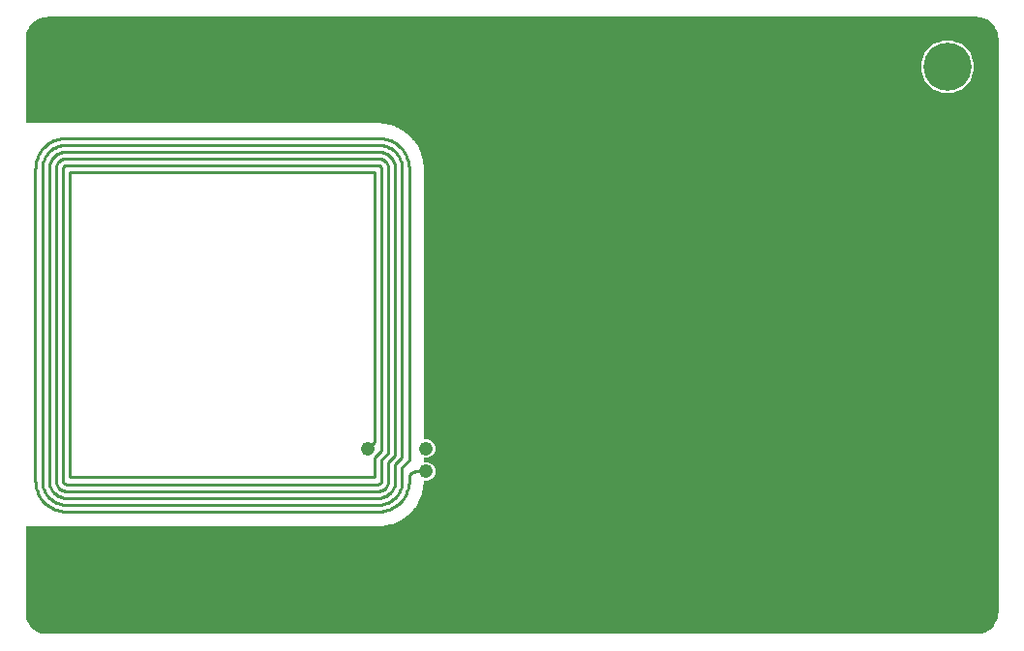
<source format=gtl>
G04 #@! TF.GenerationSoftware,KiCad,Pcbnew,6.0.11+dfsg-1*
G04 #@! TF.CreationDate,2023-08-15T18:05:05+01:00*
G04 #@! TF.ProjectId,business card-andrew,62757369-6e65-4737-9320-636172642d61,rev?*
G04 #@! TF.SameCoordinates,Original*
G04 #@! TF.FileFunction,Copper,L1,Top*
G04 #@! TF.FilePolarity,Positive*
%FSLAX46Y46*%
G04 Gerber Fmt 4.6, Leading zero omitted, Abs format (unit mm)*
G04 Created by KiCad (PCBNEW 6.0.11+dfsg-1) date 2023-08-15 18:05:05*
%MOMM*%
%LPD*%
G01*
G04 APERTURE LIST*
G04 #@! TA.AperFunction,ComponentPad*
%ADD10C,4.200000*%
G04 #@! TD*
G04 #@! TA.AperFunction,ViaPad*
%ADD11C,1.209040*%
G04 #@! TD*
G04 #@! TA.AperFunction,Conductor*
%ADD12C,0.250000*%
G04 #@! TD*
G04 APERTURE END LIST*
D10*
X131500000Y-55250000D03*
D11*
X85892640Y-88670620D03*
X85892640Y-90669600D03*
X80794580Y-88670620D03*
D12*
X83192620Y-91486200D02*
X83192620Y-91287500D01*
X84780120Y-90707700D02*
X84851240Y-90687380D01*
X84993480Y-90669600D02*
X85892640Y-90669600D01*
X84394040Y-89671380D02*
X83794600Y-90270820D01*
X84851240Y-90687380D02*
X84922360Y-90674680D01*
X84462620Y-90989640D02*
X84500720Y-90928680D01*
X83794600Y-91287500D02*
X83794600Y-91486200D01*
X84394040Y-91269040D02*
X84399120Y-91197920D01*
X84394040Y-91486200D02*
X84394040Y-91287500D01*
X84350860Y-91973880D02*
X84373720Y-91811320D01*
X84218780Y-92443780D02*
X84272120Y-92288840D01*
X84597240Y-90819460D02*
X84653120Y-90776280D01*
X84432140Y-91055680D02*
X84462620Y-90989640D01*
X84315300Y-92131360D02*
X84350860Y-91973880D01*
X84500720Y-90928680D02*
X84543900Y-90872800D01*
X84399120Y-91197920D02*
X84411820Y-91126800D01*
X84922360Y-90674680D02*
X84993480Y-90669600D01*
X84388960Y-91648760D02*
X84394040Y-91486200D01*
X84373720Y-91811320D02*
X84388960Y-91648760D01*
X84714080Y-90738180D02*
X84780120Y-90707700D01*
X84272120Y-92288840D02*
X84315300Y-92131360D01*
X82496660Y-94064300D02*
X82651600Y-94010960D01*
X53547160Y-63908160D02*
X53582720Y-63819260D01*
X53829100Y-62798180D02*
X53722420Y-62846440D01*
X53976420Y-62127620D02*
X54116120Y-62104760D01*
X53722420Y-62846440D02*
X53618280Y-62904860D01*
X53189020Y-63303640D02*
X53122980Y-63400160D01*
X52942640Y-63834500D02*
X52919780Y-63951340D01*
X53509060Y-64091040D02*
X53524300Y-63997060D01*
X83091020Y-93797600D02*
X83228180Y-93708700D01*
X53016300Y-63610980D02*
X52975660Y-63720200D01*
X53262680Y-63209660D02*
X53189020Y-63303640D01*
X83715860Y-93276900D02*
X83820000Y-93152440D01*
X82339180Y-94107480D02*
X82496660Y-94064300D01*
X53582720Y-63819260D02*
X53623360Y-63735440D01*
X53676700Y-63656700D02*
X53735120Y-63583040D01*
X53836720Y-62163180D02*
X53976420Y-62127620D01*
X53623360Y-63735440D02*
X53676700Y-63656700D01*
X54116120Y-62104760D02*
X54260900Y-62089520D01*
X54052620Y-62724520D02*
X53938320Y-62757540D01*
X53427780Y-63044560D02*
X53341420Y-63123300D01*
X52919780Y-63951340D02*
X52907080Y-64068180D01*
X82593180Y-91287500D02*
X82593180Y-91486200D01*
X82948780Y-93876340D02*
X83091020Y-93797600D01*
X81694020Y-93584240D02*
X54403140Y-93584240D01*
X52975660Y-63720200D02*
X52942640Y-63834500D01*
X53503980Y-64185020D02*
X53509060Y-64091040D01*
X84411820Y-91126800D02*
X84432140Y-91055680D01*
X83228180Y-93708700D02*
X83360260Y-93612180D01*
X84653120Y-90776280D02*
X84714080Y-90738180D01*
X82181700Y-94143040D02*
X82339180Y-94107480D01*
X54403140Y-62683880D02*
X54286300Y-62688960D01*
X82651600Y-94010960D02*
X82801460Y-93947460D01*
X53618280Y-62904860D02*
X53521760Y-62970900D01*
X53524300Y-63997060D02*
X53547160Y-63908160D01*
X83820000Y-93152440D02*
X83916520Y-93020360D01*
X53938320Y-62757540D02*
X53829100Y-62798180D01*
X81694020Y-94186220D02*
X81856580Y-94181140D01*
X53122980Y-63400160D02*
X53064560Y-63504300D01*
X83484720Y-93508040D02*
X83604100Y-93396280D01*
X54169460Y-62701660D02*
X54052620Y-62724520D01*
X53064560Y-63504300D02*
X53016300Y-63610980D01*
X52907080Y-64068180D02*
X52902000Y-64185020D01*
X54286300Y-62688960D02*
X54169460Y-62701660D01*
X81993740Y-91486200D02*
X81993740Y-91287500D01*
X53567480Y-62257160D02*
X53699560Y-62206360D01*
X82801460Y-93947460D02*
X82948780Y-93876340D01*
X53341420Y-63123300D02*
X53262680Y-63209660D01*
X53735120Y-63583040D02*
X53801160Y-63517000D01*
X54260900Y-62089520D02*
X54403140Y-62084440D01*
X84543900Y-90872800D02*
X84597240Y-90819460D01*
X81694020Y-92385360D02*
X54403140Y-92385360D01*
X54403140Y-94183680D02*
X81694020Y-94183680D01*
X81856580Y-94181140D02*
X82019140Y-94165900D01*
X84155280Y-92593640D02*
X84218780Y-92443780D01*
X83604100Y-93396280D02*
X83715860Y-93276900D01*
X84084160Y-92740960D02*
X84155280Y-92593640D01*
X53521760Y-62970900D02*
X53427780Y-63044560D01*
X84005420Y-92883200D02*
X84084160Y-92740960D01*
X53699560Y-62206360D02*
X53836720Y-62163180D01*
X82019140Y-94165900D02*
X82181700Y-94143040D01*
X54403140Y-91785920D02*
X81694020Y-91785920D01*
X54403140Y-92984800D02*
X81694020Y-92984800D01*
X83916520Y-93020360D02*
X84005420Y-92883200D01*
X83360260Y-93612180D02*
X83484720Y-93508040D01*
X52868980Y-62752460D02*
X52970580Y-62650860D01*
X53341420Y-92547920D02*
X53427780Y-92626660D01*
X53953560Y-92265980D02*
X53874820Y-92212640D01*
X54352340Y-91780840D02*
X54403140Y-91785920D01*
X54108500Y-91537000D02*
X54121200Y-91587800D01*
X52970580Y-62650860D02*
X53077260Y-62554340D01*
X53191560Y-62467980D02*
X53310940Y-62389240D01*
X53801160Y-92154220D02*
X53735120Y-92088180D01*
X54286300Y-92982260D02*
X54403140Y-92987340D01*
X52942640Y-91836720D02*
X52975660Y-91951020D01*
X53437940Y-62320660D02*
X53567480Y-62257160D01*
X53722420Y-92824780D02*
X53829100Y-92873040D01*
X54037380Y-92306620D02*
X53953560Y-92265980D01*
X52607360Y-63092820D02*
X52686100Y-62973440D01*
X53077260Y-62554340D02*
X53191560Y-62467980D01*
X53735120Y-92088180D02*
X53676700Y-92014520D01*
X53547160Y-91763060D02*
X53524300Y-91674160D01*
X52538780Y-63219820D02*
X52607360Y-63092820D01*
X54144060Y-91636060D02*
X54174540Y-91679240D01*
X52345740Y-63758300D02*
X52381300Y-63618600D01*
X53524300Y-91674160D02*
X53509060Y-91580180D01*
X53509060Y-91580180D02*
X53503980Y-91486200D01*
X52902000Y-91486200D02*
X52907080Y-91603040D01*
X54403140Y-92385360D02*
X54309160Y-92380280D01*
X53618280Y-92766360D02*
X53722420Y-92824780D01*
X54052620Y-92946700D02*
X54169460Y-92969560D01*
X52345740Y-91912920D02*
X52322880Y-91773220D01*
X52772460Y-62859140D02*
X52868980Y-62752460D01*
X52907080Y-91603040D02*
X52919780Y-91719880D01*
X54301540Y-91768140D02*
X54352340Y-91780840D01*
X52322880Y-63898000D02*
X52345740Y-63758300D01*
X53189020Y-92367580D02*
X53262680Y-92461560D01*
X52302560Y-64185020D02*
X52307640Y-64042780D01*
X52381300Y-63618600D02*
X52424480Y-63481440D01*
X53521760Y-92700320D02*
X53618280Y-92766360D01*
X53874820Y-92212640D02*
X53801160Y-92154220D01*
X54169460Y-92969560D02*
X54286300Y-92982260D01*
X54126280Y-92342180D02*
X54037380Y-92306620D01*
X53064560Y-92166920D02*
X53122980Y-92271060D01*
X53122980Y-92271060D02*
X53189020Y-92367580D01*
X52307640Y-64042780D02*
X52322880Y-63898000D01*
X53676700Y-92014520D02*
X53623360Y-91935780D01*
X52686100Y-62973440D02*
X52772460Y-62859140D01*
X53938320Y-92913680D02*
X54052620Y-92946700D01*
X54103420Y-91486200D02*
X54108500Y-91537000D01*
X53262680Y-92461560D02*
X53341420Y-92547920D01*
X52307640Y-91628440D02*
X52302560Y-91486200D01*
X52975660Y-91951020D02*
X53016300Y-92060240D01*
X52475280Y-63349360D02*
X52538780Y-63219820D01*
X54121200Y-91587800D02*
X54144060Y-91636060D01*
X52322880Y-91773220D02*
X52307640Y-91628440D01*
X53829100Y-92873040D02*
X53938320Y-92913680D01*
X54253280Y-91745280D02*
X54301540Y-91768140D01*
X52919780Y-91719880D02*
X52942640Y-91836720D01*
X54309160Y-92380280D02*
X54215180Y-92365040D01*
X53623360Y-91935780D02*
X53582720Y-91851960D01*
X52424480Y-63481440D02*
X52475280Y-63349360D01*
X54174540Y-91679240D02*
X54210100Y-91714800D01*
X53016300Y-92060240D02*
X53064560Y-92166920D01*
X53310940Y-62389240D02*
X53437940Y-62320660D01*
X54210100Y-91714800D02*
X54253280Y-91745280D01*
X53582720Y-91851960D02*
X53547160Y-91763060D01*
X53427780Y-92626660D02*
X53521760Y-92700320D01*
X54215180Y-92365040D02*
X54126280Y-92342180D01*
X51878380Y-92443780D02*
X51941880Y-92593640D01*
X52868980Y-92918760D02*
X52772460Y-92812080D01*
X51723440Y-91811320D02*
X51746300Y-91973880D01*
X54078020Y-94165900D02*
X54240580Y-94181140D01*
X53310940Y-93281980D02*
X53191560Y-93203240D01*
X51703120Y-64185020D02*
X51703120Y-91486200D01*
X54260900Y-93581700D02*
X54116120Y-93566460D01*
X54103420Y-64185020D02*
X54103420Y-91486200D01*
X51708200Y-64022460D02*
X51703120Y-64185020D01*
X52424480Y-92189780D02*
X52381300Y-92052620D01*
X52493060Y-62274940D02*
X52381300Y-62394320D01*
X54403140Y-93586780D02*
X54260900Y-93581700D01*
X51746300Y-63697340D02*
X51723440Y-63859900D01*
X53006140Y-93797600D02*
X53148380Y-93876340D01*
X51703120Y-91486200D02*
X51708200Y-91648760D01*
X51825040Y-63382380D02*
X51781860Y-63539860D01*
X51941880Y-63077580D02*
X51878380Y-63227440D01*
X53503980Y-91486200D02*
X53503980Y-64185020D01*
X51941880Y-92593640D02*
X52013000Y-92740960D01*
X52772460Y-92812080D02*
X52686100Y-92697780D01*
X53836720Y-93508040D02*
X53699560Y-93464860D01*
X54240580Y-94181140D02*
X54403140Y-94186220D01*
X52305100Y-91486200D02*
X52305100Y-64185020D01*
X52180640Y-93020360D02*
X52277160Y-93152440D01*
X52607360Y-92578400D02*
X52538780Y-92451400D01*
X53295700Y-93947460D02*
X53445560Y-94010960D01*
X52904540Y-64185020D02*
X52904540Y-91486200D01*
X53445560Y-94010960D02*
X53600500Y-94064300D01*
X52277160Y-62518780D02*
X52180640Y-62650860D01*
X53600500Y-94064300D02*
X53757980Y-94107480D01*
X52381300Y-92052620D02*
X52345740Y-91912920D01*
X52091740Y-62788020D02*
X52013000Y-62930260D01*
X53437940Y-93350560D02*
X53310940Y-93281980D01*
X52277160Y-93152440D02*
X52381300Y-93276900D01*
X52868980Y-93708700D02*
X53006140Y-93797600D01*
X52091740Y-92883200D02*
X52180640Y-93020360D01*
X53077260Y-93116880D02*
X52970580Y-93020360D01*
X51781860Y-63539860D02*
X51746300Y-63697340D01*
X51878380Y-63227440D02*
X51825040Y-63382380D01*
X52686100Y-92697780D02*
X52607360Y-92578400D01*
X51746300Y-91973880D02*
X51781860Y-92131360D01*
X51781860Y-92131360D02*
X51825040Y-92288840D01*
X52475280Y-92321860D02*
X52424480Y-92189780D01*
X53915460Y-94143040D02*
X54078020Y-94165900D01*
X51825040Y-92288840D02*
X51878380Y-92443780D01*
X52381300Y-93276900D02*
X52493060Y-93396280D01*
X52013000Y-62930260D02*
X51941880Y-63077580D01*
X52180640Y-62650860D02*
X52091740Y-62788020D01*
X53191560Y-93203240D02*
X53077260Y-93116880D01*
X52381300Y-62394320D02*
X52277160Y-62518780D01*
X53148380Y-93876340D02*
X53295700Y-93947460D01*
X53976420Y-93543600D02*
X53836720Y-93508040D01*
X52612440Y-93508040D02*
X52736900Y-93612180D01*
X52493060Y-93396280D02*
X52612440Y-93508040D01*
X52970580Y-93020360D02*
X52868980Y-92918760D01*
X52013000Y-92740960D02*
X52091740Y-92883200D01*
X54116120Y-93566460D02*
X53976420Y-93543600D01*
X51708200Y-91648760D02*
X51723440Y-91811320D01*
X52538780Y-92451400D02*
X52475280Y-92321860D01*
X53699560Y-93464860D02*
X53567480Y-93414060D01*
X51723440Y-63859900D02*
X51708200Y-64022460D01*
X53567480Y-93414060D02*
X53437940Y-93350560D01*
X53757980Y-94107480D02*
X53915460Y-94143040D01*
X52736900Y-93612180D02*
X52868980Y-93708700D01*
X52868980Y-61962520D02*
X52736900Y-62059040D01*
X53148380Y-61794880D02*
X53006140Y-61873620D01*
X53600500Y-61606920D02*
X53445560Y-61660260D01*
X83154520Y-63834500D02*
X83121500Y-63720200D01*
X84155280Y-63077580D02*
X84084160Y-62930260D01*
X82374740Y-62846440D02*
X82268060Y-62798180D01*
X52736900Y-62059040D02*
X52612440Y-62163180D01*
X81694020Y-61485000D02*
X54403140Y-61485000D01*
X82339180Y-61563740D02*
X82181700Y-61528180D01*
X82905600Y-62467980D02*
X83019900Y-62554340D01*
X53295700Y-61723760D02*
X53148380Y-61794880D01*
X82651600Y-61660260D02*
X82496660Y-61606920D01*
X81694020Y-63885300D02*
X54403140Y-63885300D01*
X83715860Y-62394320D02*
X83604100Y-62274940D01*
X83190080Y-64068180D02*
X83177380Y-63951340D01*
X81694020Y-62683880D02*
X54403140Y-62683880D01*
X84394040Y-64185020D02*
X84388960Y-64022460D01*
X84350860Y-63697340D02*
X84315300Y-63539860D01*
X53915460Y-61528180D02*
X53757980Y-61563740D01*
X83604100Y-62274940D02*
X83484720Y-62163180D01*
X54403140Y-61485000D02*
X54240580Y-61490080D01*
X82268060Y-62798180D02*
X82158840Y-62757540D01*
X84084160Y-62930260D02*
X84005420Y-62788020D01*
X82478880Y-62904860D02*
X82374740Y-62846440D01*
X83360260Y-62059040D02*
X83228180Y-61962520D01*
X83789520Y-64042780D02*
X83794600Y-64185020D01*
X81394020Y-88068640D02*
X80794580Y-88670620D01*
X83916520Y-62650860D02*
X83820000Y-62518780D01*
X82669380Y-63044560D02*
X82575400Y-62970900D01*
X83126580Y-62650860D02*
X83228180Y-62752460D01*
X83672680Y-63481440D02*
X83715860Y-63618600D01*
X82948780Y-61794880D02*
X82801460Y-61723760D01*
X82908140Y-63303640D02*
X82834480Y-63209660D01*
X84388960Y-64022460D02*
X84373720Y-63859900D01*
X83411060Y-62973440D02*
X83489800Y-63092820D01*
X84005420Y-62788020D02*
X83916520Y-62650860D01*
X84315300Y-63539860D02*
X84272120Y-63382380D01*
X84373720Y-63859900D02*
X84350860Y-63697340D01*
X54403140Y-63285860D02*
X81694020Y-63285860D01*
X53445560Y-61660260D02*
X53295700Y-61723760D01*
X54078020Y-61505320D02*
X53915460Y-61528180D01*
X83228180Y-61962520D02*
X83091020Y-61873620D01*
X82974180Y-63400160D02*
X82908140Y-63303640D01*
X52612440Y-62163180D02*
X52493060Y-62274940D01*
X82181700Y-61528180D02*
X82019140Y-61505320D01*
X82496660Y-61606920D02*
X82339180Y-61563740D01*
X83324700Y-62859140D02*
X83411060Y-62973440D01*
X83484720Y-62163180D02*
X83360260Y-62059040D01*
X83032600Y-63504300D02*
X82974180Y-63400160D01*
X83820000Y-62518780D02*
X83715860Y-62394320D01*
X54240580Y-61490080D02*
X54078020Y-61505320D01*
X84272120Y-63382380D02*
X84218780Y-63227440D01*
X83774280Y-63898000D02*
X83789520Y-64042780D01*
X83558380Y-63219820D02*
X83621880Y-63349360D01*
X82019140Y-61505320D02*
X81856580Y-61490080D01*
X53757980Y-61563740D02*
X53600500Y-61606920D01*
X84218780Y-63227440D02*
X84155280Y-63077580D01*
X54403140Y-62084440D02*
X81694020Y-62084440D01*
X83091020Y-61873620D02*
X82948780Y-61794880D01*
X81856580Y-61490080D02*
X81694020Y-61485000D01*
X53006140Y-61873620D02*
X52868980Y-61962520D01*
X82801460Y-61723760D02*
X82651600Y-61660260D01*
X81744820Y-91780840D02*
X81795620Y-91768140D01*
X83019900Y-62554340D02*
X83126580Y-62650860D01*
X83121500Y-63720200D02*
X83080860Y-63610980D01*
X83751420Y-63758300D02*
X83774280Y-63898000D01*
X82575400Y-62970900D02*
X82478880Y-62904860D01*
X82834480Y-63209660D02*
X82755740Y-63123300D01*
X82420460Y-92014520D02*
X82362040Y-92088180D01*
X53874820Y-63458580D02*
X53953560Y-63405240D01*
X81927700Y-62701660D02*
X81810860Y-62688960D01*
X81836260Y-62089520D02*
X81981040Y-62104760D01*
X82120740Y-62127620D02*
X82260440Y-62163180D01*
X82397600Y-62206360D02*
X82529680Y-62257160D01*
X81887060Y-91714800D02*
X81922620Y-91679240D01*
X81843880Y-91745280D02*
X81887060Y-91714800D01*
X82044540Y-62724520D02*
X81927700Y-62701660D01*
X82260440Y-62163180D02*
X82397600Y-62206360D01*
X81981040Y-62104760D02*
X82120740Y-62127620D01*
X83154520Y-91836720D02*
X83177380Y-91719880D01*
X53953560Y-63405240D02*
X54037380Y-63364600D01*
X54253280Y-63925940D02*
X54210100Y-63956420D01*
X81795620Y-91768140D02*
X81843880Y-91745280D01*
X53801160Y-63517000D02*
X53874820Y-63458580D01*
X54301540Y-63903080D02*
X54253280Y-63925940D01*
X82659220Y-62320660D02*
X82786220Y-62389240D01*
X83177380Y-91719880D02*
X83190080Y-91603040D01*
X81881980Y-92365040D02*
X81788000Y-92380280D01*
X81788000Y-92380280D02*
X81694020Y-92385360D01*
X81694020Y-91785920D02*
X81744820Y-91780840D01*
X54210100Y-63956420D02*
X54174540Y-63991980D01*
X54215180Y-63306180D02*
X54309160Y-63290940D01*
X54352340Y-63890380D02*
X54301540Y-63903080D01*
X82143600Y-92265980D02*
X82059780Y-92306620D01*
X81970880Y-92342180D02*
X81881980Y-92365040D01*
X83190080Y-91603040D02*
X83195160Y-91486200D01*
X82473800Y-91935780D02*
X82420460Y-92014520D01*
X81953100Y-91636060D02*
X81975960Y-91587800D01*
X54037380Y-63364600D02*
X54126280Y-63329040D01*
X82572860Y-91674160D02*
X82550000Y-91763060D01*
X54403140Y-63885300D02*
X54352340Y-63890380D01*
X82158840Y-62757540D02*
X82044540Y-62724520D01*
X54108500Y-64134220D02*
X54103420Y-64185020D01*
X82529680Y-62257160D02*
X82659220Y-62320660D01*
X82514440Y-91851960D02*
X82473800Y-91935780D01*
X54126280Y-63329040D02*
X54215180Y-63306180D01*
X54144060Y-64035160D02*
X54121200Y-64083420D01*
X82362040Y-92088180D02*
X82296000Y-92154220D01*
X82059780Y-92306620D02*
X81970880Y-92342180D01*
X82222340Y-92212640D02*
X82143600Y-92265980D01*
X83080860Y-63610980D02*
X83032600Y-63504300D01*
X83489800Y-63092820D02*
X83558380Y-63219820D01*
X83621880Y-63349360D02*
X83672680Y-63481440D01*
X83715860Y-63618600D02*
X83751420Y-63758300D01*
X83177380Y-63951340D02*
X83154520Y-63834500D01*
X83195160Y-64185020D02*
X83190080Y-64068180D01*
X54121200Y-64083420D02*
X54108500Y-64134220D01*
X82786220Y-62389240D02*
X82905600Y-62467980D01*
X81810860Y-62688960D02*
X81694020Y-62683880D01*
X83228180Y-62752460D02*
X83324700Y-62859140D01*
X82296000Y-92154220D02*
X82222340Y-92212640D01*
X54309160Y-63290940D02*
X54403140Y-63285860D01*
X81922620Y-91679240D02*
X81953100Y-91636060D01*
X82755740Y-63123300D02*
X82669380Y-63044560D01*
X54174540Y-63991980D02*
X54144060Y-64035160D01*
X81694020Y-62084440D02*
X81836260Y-62089520D01*
X81836260Y-93581700D02*
X81694020Y-93586780D01*
X81975960Y-64083420D02*
X81953100Y-64035160D01*
X81993740Y-64185020D02*
X81988660Y-64134220D01*
X82908140Y-92367580D02*
X82974180Y-92271060D01*
X81795620Y-63903080D02*
X81744820Y-63890380D01*
X82473800Y-63735440D02*
X82514440Y-63819260D01*
X82296000Y-63517000D02*
X82362040Y-63583040D01*
X82786220Y-93281980D02*
X82659220Y-93350560D01*
X83774280Y-91773220D02*
X83751420Y-91912920D01*
X82222340Y-63458580D02*
X82296000Y-63517000D01*
X82529680Y-93414060D02*
X82397600Y-93464860D01*
X82669380Y-92626660D02*
X82755740Y-92547920D01*
X82044540Y-92946700D02*
X82158840Y-92913680D01*
X83121500Y-91951020D02*
X83154520Y-91836720D01*
X82374740Y-92824780D02*
X82478880Y-92766360D01*
X81922620Y-63991980D02*
X81887060Y-63956420D01*
X81810860Y-92982260D02*
X81927700Y-92969560D01*
X82158840Y-92913680D02*
X82268060Y-92873040D01*
X82362040Y-63583040D02*
X82420460Y-63656700D01*
X83032600Y-92166920D02*
X83080860Y-92060240D01*
X82260440Y-93508040D02*
X82120740Y-93543600D01*
X82974180Y-92271060D02*
X83032600Y-92166920D01*
X81843880Y-63925940D02*
X81795620Y-63903080D01*
X81744820Y-63890380D02*
X81694020Y-63885300D01*
X83621880Y-92321860D02*
X83558380Y-92451400D01*
X81953100Y-64035160D02*
X81922620Y-63991980D01*
X83558380Y-92451400D02*
X83489800Y-92578400D01*
X81981040Y-93566460D02*
X81836260Y-93581700D01*
X82268060Y-92873040D02*
X82374740Y-92824780D01*
X83489800Y-92578400D02*
X83411060Y-92697780D01*
X83411060Y-92697780D02*
X83324700Y-92812080D01*
X81788000Y-63290940D02*
X81881980Y-63306180D01*
X83789520Y-91628440D02*
X83774280Y-91773220D01*
X82478880Y-92766360D02*
X82575400Y-92700320D01*
X83126580Y-93020360D02*
X83019900Y-93116880D01*
X82550000Y-63908160D02*
X82572860Y-63997060D01*
X82659220Y-93350560D02*
X82529680Y-93414060D01*
X82834480Y-92461560D02*
X82908140Y-92367580D01*
X83751420Y-91912920D02*
X83715860Y-92052620D01*
X82755740Y-92547920D02*
X82834480Y-92461560D01*
X82143600Y-63405240D02*
X82222340Y-63458580D01*
X83715860Y-92052620D02*
X83672680Y-92189780D01*
X83794600Y-91486200D02*
X83789520Y-91628440D01*
X82593180Y-91486200D02*
X82588100Y-91580180D01*
X81887060Y-63956420D02*
X81843880Y-63925940D01*
X81694020Y-63285860D02*
X81788000Y-63290940D01*
X81988660Y-64134220D02*
X81975960Y-64083420D01*
X81694020Y-92987340D02*
X81810860Y-92982260D01*
X83228180Y-92918760D02*
X83126580Y-93020360D01*
X83019900Y-93116880D02*
X82905600Y-93203240D01*
X82572860Y-63997060D02*
X82588100Y-64091040D01*
X81881980Y-63306180D02*
X81970880Y-63329040D01*
X82575400Y-92700320D02*
X82669380Y-92626660D01*
X81975960Y-91587800D02*
X81988660Y-91537000D01*
X83324700Y-92812080D02*
X83228180Y-92918760D01*
X82588100Y-91580180D02*
X82572860Y-91674160D01*
X82550000Y-91763060D02*
X82514440Y-91851960D01*
X82588100Y-64091040D02*
X82593180Y-64185020D01*
X81988660Y-91537000D02*
X81993740Y-91486200D01*
X83080860Y-92060240D02*
X83121500Y-91951020D01*
X82420460Y-63656700D02*
X82473800Y-63735440D01*
X81927700Y-92969560D02*
X82044540Y-92946700D01*
X82059780Y-63364600D02*
X82143600Y-63405240D01*
X81970880Y-63329040D02*
X82059780Y-63364600D01*
X82514440Y-63819260D02*
X82550000Y-63908160D01*
X83672680Y-92189780D02*
X83621880Y-92321860D01*
X82120740Y-93543600D02*
X81981040Y-93566460D01*
X82397600Y-93464860D02*
X82260440Y-93508040D01*
X82905600Y-93203240D02*
X82786220Y-93281980D01*
X54703140Y-64485020D02*
X54703140Y-91186200D01*
X81394020Y-88068640D02*
X81394020Y-64485020D01*
X54705000Y-91186200D02*
X81392000Y-91186200D01*
X81393000Y-64485020D02*
X54702860Y-64485020D01*
X81993740Y-89668840D02*
X82593180Y-89069400D01*
X83192620Y-89270060D02*
X82593180Y-89869500D01*
X81394020Y-89468180D02*
X81993460Y-88868740D01*
X83192620Y-90070160D02*
X83789520Y-89468180D01*
X84394040Y-89671380D02*
X83794600Y-90270820D01*
X82593180Y-89069400D02*
X82593180Y-64185020D01*
X81392000Y-91186200D02*
X81392000Y-89470200D01*
X82593180Y-89869500D02*
X82593180Y-91287500D01*
X81392000Y-89470200D02*
X81394020Y-89468180D01*
X84394040Y-89668840D02*
X84394040Y-64185020D01*
X83192620Y-89270060D02*
X83192620Y-64187560D01*
X83789520Y-89463100D02*
X83794600Y-89468180D01*
X81993460Y-64185300D02*
X81993740Y-64185020D01*
X81993460Y-88868740D02*
X81993460Y-64185300D01*
X83794600Y-90270820D02*
X83794600Y-91287500D01*
X83192620Y-64187560D02*
X83195160Y-64185020D01*
X83192620Y-90070160D02*
X83192620Y-91287500D01*
X83789520Y-64042780D02*
X83789520Y-89463100D01*
X81993740Y-89668840D02*
X81993740Y-91287500D01*
G04 #@! TA.AperFunction,NonConductor*
G36*
X133989805Y-50876073D02*
G01*
X134000000Y-50879385D01*
X134001763Y-50878812D01*
X134007811Y-50876847D01*
X134012192Y-50876299D01*
X134254610Y-50892188D01*
X134256128Y-50892388D01*
X134505633Y-50942018D01*
X134507099Y-50942410D01*
X134747999Y-51024185D01*
X134749407Y-51024769D01*
X134977563Y-51137282D01*
X134978885Y-51138045D01*
X135190414Y-51279384D01*
X135191605Y-51280298D01*
X135382893Y-51448054D01*
X135383946Y-51449107D01*
X135551702Y-51640395D01*
X135552616Y-51641586D01*
X135642421Y-51775989D01*
X135693953Y-51853112D01*
X135694718Y-51854437D01*
X135807230Y-52082590D01*
X135807816Y-52084004D01*
X135889588Y-52324895D01*
X135889984Y-52326373D01*
X135939612Y-52575872D01*
X135939812Y-52577390D01*
X135955701Y-52819808D01*
X135955153Y-52824189D01*
X135952615Y-52832000D01*
X135955927Y-52842192D01*
X135956500Y-52845808D01*
X135956500Y-102954192D01*
X135955927Y-102957805D01*
X135952615Y-102968000D01*
X135953188Y-102969763D01*
X135955153Y-102975811D01*
X135955701Y-102980192D01*
X135939812Y-103222610D01*
X135939612Y-103224128D01*
X135889984Y-103473627D01*
X135889588Y-103475105D01*
X135807816Y-103715996D01*
X135807230Y-103717410D01*
X135694718Y-103945563D01*
X135693955Y-103946885D01*
X135552616Y-104158414D01*
X135551702Y-104159605D01*
X135383946Y-104350893D01*
X135382893Y-104351946D01*
X135191605Y-104519702D01*
X135190414Y-104520616D01*
X135006385Y-104643580D01*
X134978888Y-104661953D01*
X134977566Y-104662717D01*
X134749407Y-104775231D01*
X134747999Y-104775815D01*
X134507099Y-104857590D01*
X134505633Y-104857982D01*
X134326860Y-104893542D01*
X134274427Y-104903972D01*
X134272144Y-104904197D01*
X133698985Y-104904194D01*
X52499958Y-104903808D01*
X52497675Y-104903583D01*
X52468663Y-104897812D01*
X52279302Y-104860146D01*
X52277836Y-104859754D01*
X52044801Y-104780649D01*
X52043393Y-104780065D01*
X51935759Y-104726986D01*
X51822688Y-104671225D01*
X51821363Y-104670460D01*
X51718428Y-104601681D01*
X51616751Y-104533743D01*
X51615541Y-104532815D01*
X51601637Y-104520621D01*
X51430524Y-104370559D01*
X51429441Y-104369476D01*
X51267185Y-104184459D01*
X51266254Y-104183245D01*
X51129540Y-103978637D01*
X51128775Y-103977312D01*
X51019936Y-103756610D01*
X51019350Y-103755196D01*
X50940246Y-103522164D01*
X50939852Y-103520692D01*
X50930785Y-103475105D01*
X50891845Y-103279340D01*
X50891645Y-103277822D01*
X50876299Y-103043692D01*
X50876847Y-103039311D01*
X50878812Y-103033263D01*
X50879385Y-103031500D01*
X50876073Y-103021305D01*
X50875500Y-103017692D01*
X50875500Y-95479093D01*
X50878927Y-95470820D01*
X50887199Y-95467393D01*
X81737201Y-95465145D01*
X81737283Y-95465142D01*
X81737295Y-95465142D01*
X82041689Y-95454711D01*
X82041695Y-95454710D01*
X82042000Y-95454700D01*
X82042305Y-95454656D01*
X82042310Y-95454656D01*
X82397320Y-95403940D01*
X82397600Y-95403900D01*
X82397866Y-95403836D01*
X82397872Y-95403835D01*
X82714950Y-95327736D01*
X82715100Y-95327700D01*
X82763244Y-95313545D01*
X82930805Y-95264278D01*
X82930812Y-95264276D01*
X82930998Y-95264221D01*
X82931179Y-95264154D01*
X82931189Y-95264151D01*
X83172164Y-95175350D01*
X83172300Y-95175300D01*
X83172410Y-95175254D01*
X83172431Y-95175246D01*
X83324610Y-95111838D01*
X83324630Y-95111829D01*
X83324700Y-95111800D01*
X83489802Y-95035600D01*
X83642200Y-94959400D01*
X83896200Y-94807000D01*
X84010401Y-94718177D01*
X84010564Y-94718052D01*
X84112028Y-94641954D01*
X84112166Y-94641852D01*
X84251800Y-94540300D01*
X84353400Y-94451400D01*
X84467700Y-94349800D01*
X84556600Y-94260900D01*
X84658200Y-94146600D01*
X84785200Y-94006900D01*
X84886800Y-93879900D01*
X84932951Y-93816442D01*
X84988226Y-93740440D01*
X84988231Y-93740433D01*
X84988400Y-93740200D01*
X85077300Y-93587800D01*
X85178900Y-93410000D01*
X85280500Y-93206800D01*
X85369400Y-93016300D01*
X85432820Y-92826040D01*
X85433000Y-92825540D01*
X85496291Y-92660984D01*
X85496292Y-92660980D01*
X85496400Y-92660700D01*
X85547200Y-92470200D01*
X85598000Y-92254300D01*
X85623400Y-92051100D01*
X85674200Y-91543100D01*
X85674200Y-91464133D01*
X85677627Y-91455860D01*
X85685900Y-91452433D01*
X85689978Y-91453167D01*
X85696037Y-91455420D01*
X85696039Y-91455420D01*
X85696656Y-91455650D01*
X85816433Y-91471632D01*
X85875028Y-91479450D01*
X85875030Y-91479450D01*
X85875674Y-91479536D01*
X85927400Y-91474829D01*
X86054880Y-91463228D01*
X86054883Y-91463227D01*
X86055536Y-91463168D01*
X86056162Y-91462965D01*
X86056165Y-91462964D01*
X86226681Y-91407560D01*
X86226683Y-91407559D01*
X86227302Y-91407358D01*
X86382434Y-91314880D01*
X86513223Y-91190331D01*
X86613169Y-91039901D01*
X86677303Y-90871067D01*
X86702438Y-90692220D01*
X86702754Y-90669600D01*
X86682622Y-90490120D01*
X86623227Y-90319561D01*
X86527521Y-90166399D01*
X86400261Y-90038247D01*
X86247771Y-89941474D01*
X86077630Y-89880890D01*
X86076980Y-89880813D01*
X86076978Y-89880812D01*
X85898946Y-89859583D01*
X85898942Y-89859583D01*
X85898296Y-89859506D01*
X85718680Y-89878384D01*
X85689669Y-89888260D01*
X85680734Y-89887682D01*
X85674824Y-89880955D01*
X85674200Y-89877184D01*
X85674200Y-89465153D01*
X85677627Y-89456880D01*
X85685900Y-89453453D01*
X85689978Y-89454187D01*
X85696037Y-89456440D01*
X85696039Y-89456440D01*
X85696656Y-89456670D01*
X85816433Y-89472652D01*
X85875028Y-89480470D01*
X85875030Y-89480470D01*
X85875674Y-89480556D01*
X85927400Y-89475849D01*
X86054880Y-89464248D01*
X86054883Y-89464247D01*
X86055536Y-89464188D01*
X86056162Y-89463985D01*
X86056165Y-89463984D01*
X86226681Y-89408580D01*
X86226683Y-89408579D01*
X86227302Y-89408378D01*
X86382434Y-89315900D01*
X86513223Y-89191351D01*
X86613169Y-89040921D01*
X86677303Y-88872087D01*
X86702438Y-88693240D01*
X86702754Y-88670620D01*
X86682622Y-88491140D01*
X86623227Y-88320581D01*
X86527521Y-88167419D01*
X86400261Y-88039267D01*
X86247771Y-87942494D01*
X86077630Y-87881910D01*
X86076980Y-87881833D01*
X86076978Y-87881832D01*
X85898946Y-87860603D01*
X85898942Y-87860603D01*
X85898296Y-87860526D01*
X85718680Y-87879404D01*
X85689669Y-87889280D01*
X85680734Y-87888702D01*
X85674824Y-87881975D01*
X85674200Y-87878204D01*
X85674200Y-64149200D01*
X85661500Y-63895200D01*
X85636100Y-63590400D01*
X85610700Y-63438000D01*
X85585300Y-63311000D01*
X85560031Y-63222557D01*
X85559808Y-63221638D01*
X85534583Y-63095515D01*
X85534500Y-63095100D01*
X85471149Y-62917716D01*
X85470887Y-62916886D01*
X85432900Y-62777600D01*
X85382100Y-62650600D01*
X85305900Y-62472800D01*
X85305828Y-62472657D01*
X85305822Y-62472643D01*
X85242492Y-62345985D01*
X85242400Y-62345800D01*
X85166340Y-62219033D01*
X85166071Y-62218560D01*
X85077486Y-62054046D01*
X85077300Y-62053700D01*
X84975832Y-61914181D01*
X84975567Y-61913801D01*
X84899620Y-61799880D01*
X84899500Y-61799700D01*
X84810600Y-61685400D01*
X84810468Y-61685249D01*
X84721866Y-61583988D01*
X84721535Y-61583593D01*
X84620303Y-61457053D01*
X84620297Y-61457047D01*
X84620100Y-61456800D01*
X84404200Y-61240900D01*
X84201000Y-61063100D01*
X84048600Y-60948800D01*
X84048354Y-60948652D01*
X84048346Y-60948647D01*
X83921685Y-60872651D01*
X83921504Y-60872540D01*
X83820136Y-60809185D01*
X83819847Y-60808998D01*
X83705700Y-60732900D01*
X83705500Y-60732789D01*
X83705492Y-60732784D01*
X83591499Y-60669455D01*
X83591400Y-60669400D01*
X83591310Y-60669355D01*
X83591293Y-60669346D01*
X83464483Y-60605941D01*
X83464465Y-60605933D01*
X83464400Y-60605900D01*
X83324700Y-60542400D01*
X83210400Y-60491600D01*
X83108800Y-60453500D01*
X82969100Y-60402700D01*
X82968960Y-60402658D01*
X82968948Y-60402654D01*
X82842125Y-60364607D01*
X82842071Y-60364592D01*
X82702489Y-60326524D01*
X82702469Y-60326519D01*
X82702400Y-60326500D01*
X82626306Y-60307476D01*
X82550285Y-60288471D01*
X82550280Y-60288470D01*
X82550000Y-60288400D01*
X82549710Y-60288359D01*
X82549702Y-60288357D01*
X82372354Y-60263022D01*
X82372086Y-60262981D01*
X82067400Y-60212200D01*
X81940400Y-60199500D01*
X50887200Y-60199500D01*
X50878927Y-60196073D01*
X50875500Y-60187800D01*
X50875500Y-55250000D01*
X129194564Y-55250000D01*
X129214287Y-55550920D01*
X129273120Y-55846691D01*
X129370055Y-56132252D01*
X129503434Y-56402718D01*
X129670975Y-56653461D01*
X129869811Y-56880189D01*
X130096539Y-57079025D01*
X130347282Y-57246566D01*
X130617748Y-57379945D01*
X130903309Y-57476880D01*
X130903677Y-57476953D01*
X130903680Y-57476954D01*
X131000921Y-57496296D01*
X131199080Y-57535713D01*
X131500000Y-57555436D01*
X131800920Y-57535713D01*
X131999079Y-57496296D01*
X132096320Y-57476954D01*
X132096323Y-57476953D01*
X132096691Y-57476880D01*
X132382252Y-57379945D01*
X132652718Y-57246566D01*
X132903461Y-57079025D01*
X133130189Y-56880189D01*
X133329025Y-56653461D01*
X133496566Y-56402718D01*
X133629945Y-56132252D01*
X133726880Y-55846691D01*
X133785713Y-55550920D01*
X133805436Y-55250000D01*
X133785713Y-54949080D01*
X133726880Y-54653309D01*
X133629945Y-54367748D01*
X133496566Y-54097282D01*
X133329025Y-53846539D01*
X133130189Y-53619811D01*
X132903461Y-53420975D01*
X132652718Y-53253434D01*
X132382252Y-53120055D01*
X132096691Y-53023120D01*
X132096323Y-53023047D01*
X132096320Y-53023046D01*
X131999079Y-53003704D01*
X131800920Y-52964287D01*
X131500000Y-52944564D01*
X131199080Y-52964287D01*
X131000921Y-53003704D01*
X130903680Y-53023046D01*
X130903677Y-53023047D01*
X130903309Y-53023120D01*
X130617748Y-53120055D01*
X130347282Y-53253434D01*
X130096539Y-53420975D01*
X129869811Y-53619811D01*
X129670975Y-53846539D01*
X129503434Y-54097282D01*
X129370055Y-54367748D01*
X129273120Y-54653309D01*
X129214287Y-54949080D01*
X129194564Y-55250000D01*
X50875500Y-55250000D01*
X50875500Y-52845808D01*
X50876073Y-52842192D01*
X50879385Y-52832000D01*
X50876847Y-52824189D01*
X50876299Y-52819808D01*
X50892188Y-52577390D01*
X50892388Y-52575872D01*
X50942016Y-52326373D01*
X50942412Y-52324895D01*
X51024184Y-52084004D01*
X51024770Y-52082590D01*
X51137282Y-51854437D01*
X51138047Y-51853112D01*
X51189579Y-51775989D01*
X51279384Y-51641586D01*
X51280298Y-51640395D01*
X51448054Y-51449107D01*
X51449107Y-51448054D01*
X51640395Y-51280298D01*
X51641586Y-51279384D01*
X51853115Y-51138045D01*
X51854437Y-51137282D01*
X52082593Y-51024769D01*
X52084001Y-51024185D01*
X52324901Y-50942410D01*
X52326367Y-50942018D01*
X52575872Y-50892388D01*
X52577390Y-50892188D01*
X52819808Y-50876299D01*
X52824189Y-50876847D01*
X52832000Y-50879385D01*
X52842195Y-50876073D01*
X52845808Y-50875500D01*
X133986192Y-50875500D01*
X133989805Y-50876073D01*
G37*
G04 #@! TD.AperFunction*
M02*

</source>
